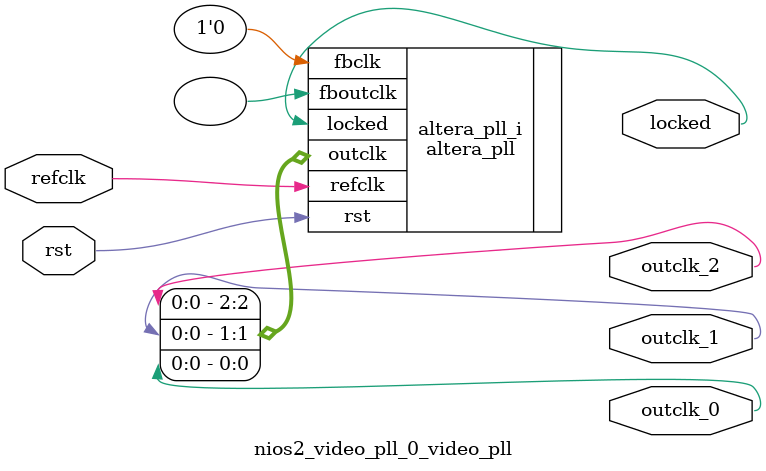
<source format=v>
`timescale 1ns/10ps
module  nios2_video_pll_0_video_pll(

	// interface 'refclk'
	input wire refclk,

	// interface 'reset'
	input wire rst,

	// interface 'outclk0'
	output wire outclk_0,

	// interface 'outclk1'
	output wire outclk_1,

	// interface 'outclk2'
	output wire outclk_2,

	// interface 'locked'
	output wire locked
);

	altera_pll #(
		.fractional_vco_multiplier("false"),
		.reference_clock_frequency("50.0 MHz"),
		.operation_mode("direct"),
		.number_of_clocks(3),
		.output_clock_frequency0("25.000000 MHz"),
		.phase_shift0("0 ps"),
		.duty_cycle0(50),
		.output_clock_frequency1("25.000000 MHz"),
		.phase_shift1("0 ps"),
		.duty_cycle1(50),
		.output_clock_frequency2("33.000000 MHz"),
		.phase_shift2("0 ps"),
		.duty_cycle2(50),
		.output_clock_frequency3("0 MHz"),
		.phase_shift3("0 ps"),
		.duty_cycle3(50),
		.output_clock_frequency4("0 MHz"),
		.phase_shift4("0 ps"),
		.duty_cycle4(50),
		.output_clock_frequency5("0 MHz"),
		.phase_shift5("0 ps"),
		.duty_cycle5(50),
		.output_clock_frequency6("0 MHz"),
		.phase_shift6("0 ps"),
		.duty_cycle6(50),
		.output_clock_frequency7("0 MHz"),
		.phase_shift7("0 ps"),
		.duty_cycle7(50),
		.output_clock_frequency8("0 MHz"),
		.phase_shift8("0 ps"),
		.duty_cycle8(50),
		.output_clock_frequency9("0 MHz"),
		.phase_shift9("0 ps"),
		.duty_cycle9(50),
		.output_clock_frequency10("0 MHz"),
		.phase_shift10("0 ps"),
		.duty_cycle10(50),
		.output_clock_frequency11("0 MHz"),
		.phase_shift11("0 ps"),
		.duty_cycle11(50),
		.output_clock_frequency12("0 MHz"),
		.phase_shift12("0 ps"),
		.duty_cycle12(50),
		.output_clock_frequency13("0 MHz"),
		.phase_shift13("0 ps"),
		.duty_cycle13(50),
		.output_clock_frequency14("0 MHz"),
		.phase_shift14("0 ps"),
		.duty_cycle14(50),
		.output_clock_frequency15("0 MHz"),
		.phase_shift15("0 ps"),
		.duty_cycle15(50),
		.output_clock_frequency16("0 MHz"),
		.phase_shift16("0 ps"),
		.duty_cycle16(50),
		.output_clock_frequency17("0 MHz"),
		.phase_shift17("0 ps"),
		.duty_cycle17(50),
		.pll_type("General"),
		.pll_subtype("General")
	) altera_pll_i (
		.rst	(rst),
		.outclk	({outclk_2, outclk_1, outclk_0}),
		.locked	(locked),
		.fboutclk	( ),
		.fbclk	(1'b0),
		.refclk	(refclk)
	);
endmodule


</source>
